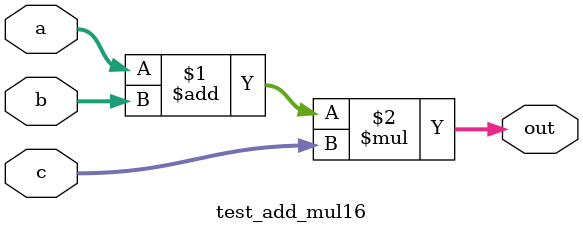
<source format=v>
module test_add_mul16(	// file.cleaned.mlir:2:3
  input  [15:0] a,	// file.cleaned.mlir:2:32
                b,	// file.cleaned.mlir:2:45
                c,	// file.cleaned.mlir:2:58
  output [15:0] out	// file.cleaned.mlir:2:72
);

  assign out = (a + b) * c;	// file.cleaned.mlir:3:10, :4:10, :5:5
endmodule


</source>
